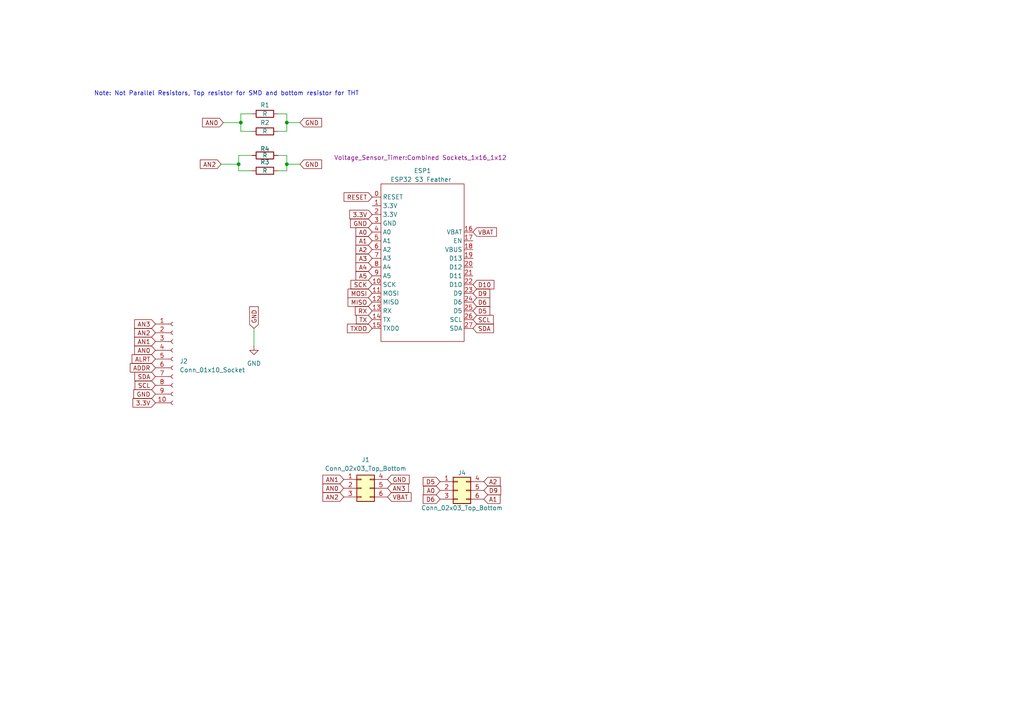
<source format=kicad_sch>
(kicad_sch (version 20230121) (generator eeschema)
  (paper "A4")
  (title_block (title "Voltage Sensor Timer") (date "2023-03-07") (rev "0"))
  (lib_symbols
    (symbol "Connector:Conn_01x10_Socket" (pin_names (offset 1.016) hide)
      (property "Reference" "J" (at 0 12.7 0))
      (property "Value" "Conn_01x10_Socket" (at 0 -15.24 0))
      (symbol "Conn_01x10_Socket_1_1"
        (arc (start 0 -12.192) (mid -0.5058 -12.7) (end 0 -13.208) (stroke (width 0.1524)))
        (arc (start 0 -9.652) (mid -0.5058 -10.16) (end 0 -10.668) (stroke (width 0.1524)))
        (arc (start 0 -7.112) (mid -0.5058 -7.62) (end 0 -8.128) (stroke (width 0.1524)))
        (arc (start 0 -4.572) (mid -0.5058 -5.08) (end 0 -5.588) (stroke (width 0.1524)))
        (arc (start 0 -2.032) (mid -0.5058 -2.54) (end 0 -3.048) (stroke (width 0.1524)))
        (polyline (pts (xy -1.27 -12.7) (xy -0.508 -12.7)) (stroke (width 0.1524)))
        (polyline (pts (xy -1.27 -10.16) (xy -0.508 -10.16)) (stroke (width 0.1524)))
        (polyline (pts (xy -1.27 -7.62) (xy -0.508 -7.62)) (stroke (width 0.1524)))
        (polyline (pts (xy -1.27 -5.08) (xy -0.508 -5.08)) (stroke (width 0.1524)))
        (polyline (pts (xy -1.27 -2.54) (xy -0.508 -2.54)) (stroke (width 0.1524)))
        (polyline (pts (xy -1.27 0) (xy -0.508 0)) (stroke (width 0.1524)))
        (polyline (pts (xy -1.27 2.54) (xy -0.508 2.54)) (stroke (width 0.1524)))
        (polyline (pts (xy -1.27 5.08) (xy -0.508 5.08)) (stroke (width 0.1524)))
        (polyline (pts (xy -1.27 7.62) (xy -0.508 7.62)) (stroke (width 0.1524)))
        (polyline (pts (xy -1.27 10.16) (xy -0.508 10.16)) (stroke (width 0.1524)))
        (arc (start 0 0.508) (mid -0.5058 0) (end 0 -0.508) (stroke (width 0.1524)))
        (arc (start 0 3.048) (mid -0.5058 2.54) (end 0 2.032) (stroke (width 0.1524)))
        (arc (start 0 5.588) (mid -0.5058 5.08) (end 0 4.572) (stroke (width 0.1524)))
        (arc (start 0 8.128) (mid -0.5058 7.62) (end 0 7.112) (stroke (width 0.1524)))
        (arc (start 0 10.668) (mid -0.5058 10.16) (end 0 9.652) (stroke (width 0.1524)))
        (pin passive line (at -5.08 10.16 0) (length 3.81) (name "Pin_1") (number "1"))
        (pin passive line (at -5.08 -12.7 0) (length 3.81) (name "Pin_10") (number "10"))
        (pin passive line (at -5.08 7.62 0) (length 3.81) (name "Pin_2") (number "2"))
        (pin passive line (at -5.08 5.08 0) (length 3.81) (name "Pin_3") (number "3"))
        (pin passive line (at -5.08 2.54 0) (length 3.81) (name "Pin_4") (number "4"))
        (pin passive line (at -5.08 0 0) (length 3.81) (name "Pin_5") (number "5"))
        (pin passive line (at -5.08 -2.54 0) (length 3.81) (name "Pin_6") (number "6"))
        (pin passive line (at -5.08 -5.08 0) (length 3.81) (name "Pin_7") (number "7"))
        (pin passive line (at -5.08 -7.62 0) (length 3.81) (name "Pin_8") (number "8"))
        (pin passive line (at -5.08 -10.16 0) (length 3.81) (name "Pin_9") (number "9"))
      )
    )
    (symbol "Connector_Generic:Conn_02x03_Top_Bottom" (pin_names (offset 1.016) hide)
      (property "Reference" "J" (at 1.27 5.08 0))
      (property "Value" "Conn_02x03_Top_Bottom" (at 1.27 -5.08 0))
      (symbol "Conn_02x03_Top_Bottom_1_1"
        (rectangle (start -1.27 -2.413) (end 0 -2.667) (stroke (width 0.1524)))
        (rectangle (start -1.27 0.127) (end 0 -0.127) (stroke (width 0.1524)))
        (rectangle (start -1.27 2.667) (end 0 2.413) (stroke (width 0.1524)))
        (rectangle (start -1.27 3.81) (end 3.81 -3.81) (stroke (width 0.254)) (fill (type background)))
        (rectangle (start 3.81 -2.413) (end 2.54 -2.667) (stroke (width 0.1524)))
        (rectangle (start 3.81 0.127) (end 2.54 -0.127) (stroke (width 0.1524)))
        (rectangle (start 3.81 2.667) (end 2.54 2.413) (stroke (width 0.1524)))
        (pin passive line (at -5.08 2.54 0) (length 3.81) (name "Pin_1") (number "1"))
        (pin passive line (at -5.08 0 0) (length 3.81) (name "Pin_2") (number "2"))
        (pin passive line (at -5.08 -2.54 0) (length 3.81) (name "Pin_3") (number "3"))
        (pin passive line (at 7.62 2.54 180) (length 3.81) (name "Pin_4") (number "4"))
        (pin passive line (at 7.62 0 180) (length 3.81) (name "Pin_5") (number "5"))
        (pin passive line (at 7.62 -2.54 180) (length 3.81) (name "Pin_6") (number "6"))
      )
    )
    (symbol "Device:R" (pin_numbers hide) (pin_names (offset 0))
      (property "Reference" "R" (at 2.032 0 90))
      (property "Value" "R" (at 0 0 90))
      (symbol "R_0_1"
        (rectangle (start -1.016 -2.54) (end 1.016 2.54) (stroke (width 0.254)))
      )
      (symbol "R_1_1"
        (pin passive line (at 0 3.81 270) (length 1.27) (name "~") (number "1"))
        (pin passive line (at 0 -3.81 90) (length 1.27) (name "~") (number "2"))
      )
    )
    (symbol "Voltage_Sensor_Timer:ESP32_S3_Feather"
      (property "Reference" "IC" (at -13.97 3.81 0))
      (property "Value" "ESP32 S3 Feather " (at 0 24.13 0))
      (symbol "ESP32_S3_Feather_0_1"
        (rectangle (start -11.43 21.59) (end 12.7 -24.13))
      )
      (symbol "ESP32_S3_Feather_1_1"
        (pin input line (at -13.97 17.78 0) (length 2.54) (name "RESET") (number "0"))
        (pin input line (at -13.97 15.24 0) (length 2.54) (name "3.3V") (number "1"))
        (pin input line (at -13.97 -7.62 0) (length 2.54) (name "SCK") (number "10"))
        (pin input line (at -13.97 -10.16 0) (length 2.54) (name "MOSI") (number "11"))
        (pin input line (at -13.97 -12.7 0) (length 2.54) (name "MISO") (number "12"))
        (pin input line (at -13.97 -15.24 0) (length 2.54) (name "RX") (number "13"))
        (pin input line (at -13.97 -17.78 0) (length 2.54) (name "TX") (number "14"))
        (pin input line (at -13.97 -20.32 0) (length 2.54) (name "TXD0") (number "15"))
        (pin input line (at 15.24 7.62 180) (length 2.54) (name "VBAT") (number "16"))
        (pin input line (at 15.24 5.08 180) (length 2.54) (name "EN") (number "17"))
        (pin input line (at 15.24 2.54 180) (length 2.54) (name "VBUS") (number "18"))
        (pin input line (at 15.24 0 180) (length 2.54) (name "D13") (number "19"))
        (pin input line (at -13.97 12.7 0) (length 2.54) (name "3.3V") (number "2"))
        (pin input line (at 15.24 -2.54 180) (length 2.54) (name "D12") (number "20"))
        (pin input line (at 15.24 -5.08 180) (length 2.54) (name "D11") (number "21"))
        (pin input line (at 15.24 -7.62 180) (length 2.54) (name "D10") (number "22"))
        (pin input line (at 15.24 -10.16 180) (length 2.54) (name "D9") (number "23"))
        (pin input line (at 15.24 -12.7 180) (length 2.54) (name "D6") (number "24"))
        (pin input line (at 15.24 -15.24 180) (length 2.54) (name "D5") (number "25"))
        (pin input line (at 15.24 -17.78 180) (length 2.54) (name "SCL") (number "26"))
        (pin input line (at 15.24 -20.32 180) (length 2.54) (name "SDA") (number "27"))
        (pin input line (at -13.97 10.16 0) (length 2.54) (name "GND") (number "3"))
        (pin input line (at -13.97 7.62 0) (length 2.54) (name "A0") (number "4"))
        (pin input line (at -13.97 5.08 0) (length 2.54) (name "A1") (number "5"))
        (pin input line (at -13.97 2.54 0) (length 2.54) (name "A2") (number "6"))
        (pin input line (at -13.97 0 0) (length 2.54) (name "A3") (number "7"))
        (pin input line (at -13.97 -2.54 0) (length 2.54) (name "A4") (number "8"))
        (pin input line (at -13.97 -5.08 0) (length 2.54) (name "A5") (number "9"))
      )
    )
    (symbol "power:GND" (power) (pin_names (offset 0))
      (property "Value" "GND" (at 0 -3.81 0))
      (symbol "GND_0_1"
        (polyline (pts (xy 0 0) (xy 0 -1.27) (xy 1.27 -1.27) (xy 0 -2.54) (xy -1.27 -1.27) (xy 0 -1.27)))
      )
      (symbol "GND_1_1"
        (pin power_in line (at 0 0 270) (length 0) hide (name "GND") (number "1"))
      )
    )
  )
  (junction (at 83.185 35.56))
  (junction (at 69.215 47.625))
  (junction (at 69.85 35.56))
  (junction (at 83.185 47.625))
  (wire (pts (xy 69.85 35.56) (xy 69.85 38.1)))
  (wire (pts (xy 73.66 95.25) (xy 73.66 100.33)))
  (wire (pts (xy 69.85 33.02) (xy 69.85 35.56)))
  (wire (pts (xy 69.215 47.625) (xy 69.215 45.085)))
  (wire (pts (xy 83.185 45.085) (xy 83.185 47.625)))
  (wire (pts (xy 73.025 49.53) (xy 69.215 49.53)))
  (wire (pts (xy 83.185 47.625) (xy 83.185 49.53)))
  (wire (pts (xy 80.645 45.085) (xy 83.185 45.085)))
  (wire (pts (xy 80.645 38.1) (xy 83.185 38.1)))
  (wire (pts (xy 69.215 47.625) (xy 69.215 49.53)))
  (wire (pts (xy 64.77 35.56) (xy 69.85 35.56)))
  (wire (pts (xy 64.135 47.625) (xy 69.215 47.625)))
  (wire (pts (xy 69.85 38.1) (xy 73.025 38.1)))
  (wire (pts (xy 86.995 47.625) (xy 83.185 47.625)))
  (wire (pts (xy 73.025 33.02) (xy 69.85 33.02)))
  (wire (pts (xy 69.215 45.085) (xy 73.025 45.085)))
  (wire (pts (xy 80.645 33.02) (xy 83.185 33.02)))
  (wire (pts (xy 83.185 35.56) (xy 86.995 35.56)))
  (wire (pts (xy 83.185 33.02) (xy 83.185 35.56)))
  (wire (pts (xy 80.645 49.53) (xy 83.185 49.53)))
  (wire (pts (xy 83.185 35.56) (xy 83.185 38.1)))
  (text "Note: Not Parallel Resistors, Top resistor for SMD and bottom resistor for THT" (at 104.14 27.94 0) (effects (font (size 1.27 1.27)) (justify right bottom)))
  (global_label "ALRT" (shape input) (at 45.085 104.14 180) (property "Intersheetrefs" "${INTERSHEET_REFS}" (effects hide)))
  (global_label "ADDR" (shape input) (at 45.085 106.68 180) (property "Intersheetrefs" "${INTERSHEET_REFS}" (effects hide)))
  (global_label "GND" (shape input) (at 86.995 47.625 0) (property "Intersheetrefs" "${INTERSHEET_REFS}" (effects hide)))
  (global_label "AN0" (shape input) (at 45.085 101.6 180) (property "Intersheetrefs" "${INTERSHEET_REFS}" (effects hide)))
  (global_label "D5" (shape input) (at 137.16 90.17 0) (property "Intersheetrefs" "${INTERSHEET_REFS}" (effects hide)))
  (global_label "AN1" (shape input) (at 99.695 139.065 180) (property "Intersheetrefs" "${INTERSHEET_REFS}" (effects hide)))
  (global_label "D5" (shape input) (at 127.635 139.7 180) (property "Intersheetrefs" "${INTERSHEET_REFS}" (effects hide)))
  (global_label "3.3V" (shape input) (at 45.085 116.84 180) (property "Intersheetrefs" "${INTERSHEET_REFS}" (effects hide)))
  (global_label "VBAT" (shape input) (at 137.16 67.31 0) (property "Intersheetrefs" "${INTERSHEET_REFS}" (effects hide)))
  (global_label "AN3" (shape input) (at 112.395 141.605 0) (property "Intersheetrefs" "${INTERSHEET_REFS}" (effects hide)))
  (global_label "A0" (shape input) (at 127.635 142.24 180) (property "Intersheetrefs" "${INTERSHEET_REFS}" (effects hide)))
  (global_label "SDA" (shape input) (at 45.085 109.22 180) (property "Intersheetrefs" "${INTERSHEET_REFS}" (effects hide)))
  (global_label "GND" (shape input) (at 107.95 64.77 180) (property "Intersheetrefs" "${INTERSHEET_REFS}" (effects hide)))
  (global_label "SCK" (shape input) (at 107.95 82.55 180) (property "Intersheetrefs" "${INTERSHEET_REFS}" (effects hide)))
  (global_label "GND" (shape input) (at 45.085 114.3 180) (property "Intersheetrefs" "${INTERSHEET_REFS}" (effects hide)))
  (global_label "D9" (shape input) (at 140.335 142.24 0) (property "Intersheetrefs" "${INTERSHEET_REFS}" (effects hide)))
  (global_label "RESET" (shape input) (at 107.95 57.15 180) (property "Intersheetrefs" "${INTERSHEET_REFS}" (effects hide)))
  (global_label "AN0" (shape input) (at 99.695 141.605 180) (property "Intersheetrefs" "${INTERSHEET_REFS}" (effects hide)))
  (global_label "D9" (shape input) (at 137.16 85.09 0) (property "Intersheetrefs" "${INTERSHEET_REFS}" (effects hide)))
  (global_label "AN2" (shape input) (at 45.085 96.52 180) (property "Intersheetrefs" "${INTERSHEET_REFS}" (effects hide)))
  (global_label "SCL" (shape input) (at 45.085 111.76 180) (property "Intersheetrefs" "${INTERSHEET_REFS}" (effects hide)))
  (global_label "GND" (shape input) (at 86.995 35.56 0) (property "Intersheetrefs" "${INTERSHEET_REFS}" (effects hide)))
  (global_label "A0" (shape input) (at 107.95 67.31 180) (property "Intersheetrefs" "${INTERSHEET_REFS}" (effects hide)))
  (global_label "A1" (shape input) (at 107.95 69.85 180) (property "Intersheetrefs" "${INTERSHEET_REFS}" (effects hide)))
  (global_label "D6" (shape input) (at 127.635 144.78 180) (property "Intersheetrefs" "${INTERSHEET_REFS}" (effects hide)))
  (global_label "AN2" (shape input) (at 99.695 144.145 180) (property "Intersheetrefs" "${INTERSHEET_REFS}" (effects hide)))
  (global_label "3.3V" (shape input) (at 107.95 62.23 180) (property "Intersheetrefs" "${INTERSHEET_REFS}" (effects hide)))
  (global_label "MOSI" (shape input) (at 107.95 85.09 180) (property "Intersheetrefs" "${INTERSHEET_REFS}" (effects hide)))
  (global_label "A3" (shape input) (at 107.95 74.93 180) (property "Intersheetrefs" "${INTERSHEET_REFS}" (effects hide)))
  (global_label "AN0" (shape input) (at 64.77 35.56 180) (property "Intersheetrefs" "${INTERSHEET_REFS}" (effects hide)))
  (global_label "AN1" (shape input) (at 45.085 99.06 180) (property "Intersheetrefs" "${INTERSHEET_REFS}" (effects hide)))
  (global_label "GND" (shape input) (at 73.66 95.25 90) (property "Intersheetrefs" "${INTERSHEET_REFS}" (effects hide)))
  (global_label "TX" (shape input) (at 107.95 92.71 180) (property "Intersheetrefs" "${INTERSHEET_REFS}" (effects hide)))
  (global_label "SCL" (shape input) (at 137.16 92.71 0) (property "Intersheetrefs" "${INTERSHEET_REFS}" (effects hide)))
  (global_label "VBAT" (shape input) (at 112.395 144.145 0) (property "Intersheetrefs" "${INTERSHEET_REFS}" (effects hide)))
  (global_label "TXDO" (shape input) (at 107.95 95.25 180) (property "Intersheetrefs" "${INTERSHEET_REFS}" (effects hide)))
  (global_label "SDA" (shape input) (at 137.16 95.25 0) (property "Intersheetrefs" "${INTERSHEET_REFS}" (effects hide)))
  (global_label "A2" (shape input) (at 107.95 72.39 180) (property "Intersheetrefs" "${INTERSHEET_REFS}" (effects hide)))
  (global_label "GND" (shape input) (at 112.395 139.065 0) (property "Intersheetrefs" "${INTERSHEET_REFS}" (effects hide)))
  (global_label "D6" (shape input) (at 137.16 87.63 0) (property "Intersheetrefs" "${INTERSHEET_REFS}" (effects hide)))
  (global_label "A1" (shape input) (at 140.335 144.78 0) (property "Intersheetrefs" "${INTERSHEET_REFS}" (effects hide)))
  (global_label "AN2" (shape input) (at 64.135 47.625 180) (property "Intersheetrefs" "${INTERSHEET_REFS}" (effects hide)))
  (global_label "A4" (shape input) (at 107.95 77.47 180) (property "Intersheetrefs" "${INTERSHEET_REFS}" (effects hide)))
  (global_label "MISO" (shape input) (at 107.95 87.63 180) (property "Intersheetrefs" "${INTERSHEET_REFS}" (effects hide)))
  (global_label "AN3" (shape input) (at 45.085 93.98 180) (property "Intersheetrefs" "${INTERSHEET_REFS}" (effects hide)))
  (global_label "A2" (shape input) (at 140.335 139.7 0) (property "Intersheetrefs" "${INTERSHEET_REFS}" (effects hide)))
  (global_label "RX" (shape input) (at 107.95 90.17 180) (property "Intersheetrefs" "${INTERSHEET_REFS}" (effects hide)))
  (global_label "D10" (shape input) (at 137.16 82.55 0) (property "Intersheetrefs" "${INTERSHEET_REFS}" (effects hide)))
  (global_label "A5" (shape input) (at 107.95 80.01 180) (property "Intersheetrefs" "${INTERSHEET_REFS}" (effects hide)))
  (symbol (lib_id "Device:R") (at 76.835 45.085 90) (unit 1)
    (property "Reference" "R4" (at 76.835 43.18 90))
    (property "Value" "R" (at 76.835 45.085 90))
    (property "Footprint" "Resistor_SMD:R_0805_2012Metric" (effects hide))
  )
  (symbol (lib_id "Device:R") (at 76.835 38.1 90) (unit 1)
    (property "Reference" "R2" (at 76.835 35.56 90))
    (property "Value" "R" (at 76.835 38.1 90))
    (property "Footprint" "Resistor_THT:R_Axial_DIN0411_L9.9mm_D3.6mm_P12.70mm_Horizontal" (effects hide))
  )
  (symbol (lib_id "Voltage_Sensor_Timer:ESP32_S3_Feather") (at 121.92 74.93 0) (unit 1)
    (property "Reference" "ESP1" (at 122.555 49.53 0))
    (property "Value" "ESP32 S3 Feather " (at 122.555 52.07 0))
    (property "Footprint" "Voltage_Sensor_Timer:Combined Sockets_1x16_1x12" (at 121.92 45.72 0))
  )
  (symbol (lib_id "power:GND") (at 73.66 100.33 0) (unit 1)
    (property "Reference" "#PWR01" (effects hide))
    (property "Value" "GND" (at 73.66 105.41 0))
  )
  (symbol (lib_id "Connector_Generic:Conn_02x03_Top_Bottom") (at 132.715 142.24 0) (unit 1)
    (property "Reference" "J4" (at 133.985 137.16 0))
    (property "Value" "Conn_02x03_Top_Bottom" (at 133.985 147.32 0))
    (property "Footprint" "Connector_PinHeader_2.54mm:PinHeader_2x03_P2.54mm_Horizontal" (effects hide))
  )
  (symbol (lib_id "Connector:Conn_01x10_Socket") (at 50.165 104.14 0) (unit 1)
    (property "Reference" "J2" (at 52.07 104.775 0) (effects (justify left)))
    (property "Value" "Conn_01x10_Socket" (at 52.07 107.315 0) (effects (justify left)))
    (property "Footprint" "Voltage_Sensor_Timer:PinSocket_1x10_P2.54mm_Vertical_1" (effects hide))
  )
  (symbol (lib_id "Device:R") (at 76.835 49.53 90) (unit 1)
    (property "Reference" "R3" (at 76.835 46.99 90))
    (property "Value" "R" (at 76.835 49.53 90))
    (property "Footprint" "Resistor_THT:R_Axial_DIN0411_L9.9mm_D3.6mm_P12.70mm_Horizontal" (effects hide))
  )
  (symbol (lib_id "Connector_Generic:Conn_02x03_Top_Bottom") (at 104.775 141.605 0) (unit 1)
    (property "Reference" "J1" (at 106.045 133.35 0))
    (property "Value" "Conn_02x03_Top_Bottom" (at 106.045 135.89 0))
    (property "Footprint" "Connector_PinHeader_2.54mm:PinHeader_2x03_P2.54mm_Horizontal" (effects hide))
  )
  (symbol (lib_id "Device:R") (at 76.835 33.02 90) (unit 1)
    (property "Reference" "R1" (at 76.835 30.48 90))
    (property "Value" "R" (at 76.835 33.02 90))
    (property "Footprint" "Resistor_SMD:R_0805_2012Metric" (effects hide))
  )
)
</source>
